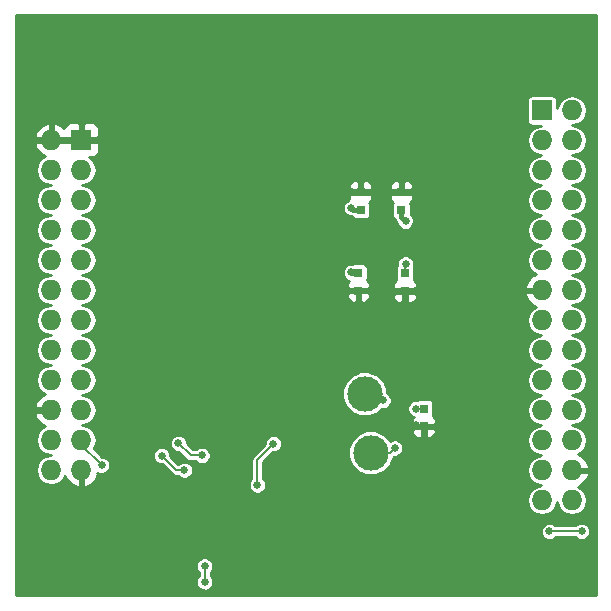
<source format=gbl>
G04 #@! TF.FileFunction,Copper,L2,Bot,Signal*
%FSLAX46Y46*%
G04 Gerber Fmt 4.6, Leading zero omitted, Abs format (unit mm)*
G04 Created by KiCad (PCBNEW (2015-01-16 BZR 5376)-product) date 23/07/2015 11:51:53*
%MOMM*%
G01*
G04 APERTURE LIST*
%ADD10C,0.100000*%
%ADD11R,0.750000X0.800000*%
%ADD12C,2.999740*%
%ADD13R,1.727200X1.727200*%
%ADD14O,1.727200X1.727200*%
%ADD15C,0.635000*%
%ADD16C,6.000000*%
%ADD17C,0.200000*%
%ADD18C,0.381000*%
%ADD19C,0.254000*%
%ADD20C,0.220000*%
G04 APERTURE END LIST*
D10*
D11*
X95000000Y-83750000D03*
X95000000Y-85250000D03*
X89650000Y-66900000D03*
X89650000Y-65400000D03*
X89450000Y-72250000D03*
X89450000Y-73750000D03*
X93100000Y-66900000D03*
X93100000Y-65400000D03*
X93400000Y-72300000D03*
X93400000Y-73800000D03*
D12*
X90000000Y-82500000D03*
X90500000Y-87500000D03*
D13*
X66000000Y-61000000D03*
D14*
X63460000Y-61000000D03*
X66000000Y-63540000D03*
X63460000Y-63540000D03*
X66000000Y-66080000D03*
X63460000Y-66080000D03*
X66000000Y-68620000D03*
X63460000Y-68620000D03*
X66000000Y-71160000D03*
X63460000Y-71160000D03*
X66000000Y-73700000D03*
X63460000Y-73700000D03*
X66000000Y-76240000D03*
X63460000Y-76240000D03*
X66000000Y-78780000D03*
X63460000Y-78780000D03*
X66000000Y-81320000D03*
X63460000Y-81320000D03*
X66000000Y-83860000D03*
X63460000Y-83860000D03*
X66000000Y-86400000D03*
X63460000Y-86400000D03*
X66000000Y-88940000D03*
X63460000Y-88940000D03*
D13*
X105000000Y-58500000D03*
D14*
X107540000Y-58500000D03*
X105000000Y-61040000D03*
X107540000Y-61040000D03*
X105000000Y-63580000D03*
X107540000Y-63580000D03*
X105000000Y-66120000D03*
X107540000Y-66120000D03*
X105000000Y-68660000D03*
X107540000Y-68660000D03*
X105000000Y-71200000D03*
X107540000Y-71200000D03*
X105000000Y-73740000D03*
X107540000Y-73740000D03*
X105000000Y-76280000D03*
X107540000Y-76280000D03*
X105000000Y-78820000D03*
X107540000Y-78820000D03*
X105000000Y-81360000D03*
X107540000Y-81360000D03*
X105000000Y-83900000D03*
X107540000Y-83900000D03*
X105000000Y-86440000D03*
X107540000Y-86440000D03*
X105000000Y-88980000D03*
X107540000Y-88980000D03*
X105000000Y-91520000D03*
X107540000Y-91520000D03*
D15*
X94325000Y-83750000D03*
X84750000Y-80750000D03*
X85500000Y-84750000D03*
X83650000Y-81650000D03*
X85550000Y-56500000D03*
X107900000Y-51850000D03*
X106000000Y-53200000D03*
X103150000Y-52336000D03*
X86250000Y-56700000D03*
X71000000Y-86750000D03*
X69750000Y-82500000D03*
X69750000Y-78250000D03*
X69750000Y-74500000D03*
X69750000Y-70000000D03*
X69750000Y-64500000D03*
X69250000Y-59750000D03*
X69500000Y-55000000D03*
D16*
X64000000Y-54000000D03*
D15*
X69250000Y-56750000D03*
X90500000Y-84750000D03*
X88675000Y-75300000D03*
X99280000Y-55510000D03*
X77800000Y-82000000D03*
X77800000Y-81975000D03*
X77550000Y-77750000D03*
X77800000Y-72975000D03*
X77800000Y-68475000D03*
X77800000Y-63975000D03*
X77750000Y-59475000D03*
X77550000Y-54975000D03*
X78050000Y-86550000D03*
X82200000Y-90050000D03*
X84850000Y-90050000D03*
X92000000Y-92800000D03*
X92000000Y-90500000D03*
X101000000Y-90700000D03*
X102300000Y-92250000D03*
X94350000Y-85100000D03*
X100575000Y-83375000D03*
X94225000Y-73800000D03*
X94325000Y-75300000D03*
X88675000Y-73800000D03*
X89225000Y-70800000D03*
X89200000Y-68300000D03*
X88725000Y-65300000D03*
X91725000Y-63775000D03*
X89025000Y-63800000D03*
X91775000Y-73925000D03*
X91725000Y-68275000D03*
X91725000Y-70900000D03*
X91775000Y-76000000D03*
X94275000Y-68300000D03*
X94375000Y-70800000D03*
X94250000Y-65300000D03*
X96525000Y-63625000D03*
X99827000Y-52984000D03*
X80750000Y-81500000D03*
X80000000Y-78000000D03*
X80750000Y-73500000D03*
X81250000Y-69750000D03*
X81000000Y-66000000D03*
X80750000Y-61000000D03*
X80500000Y-56000000D03*
X93227000Y-53259000D03*
X86000000Y-51000000D03*
X77300000Y-51350000D03*
X80360000Y-92870000D03*
X77830000Y-95280000D03*
X75015000Y-97725000D03*
X74110000Y-95350000D03*
D16*
X64000000Y-96000000D03*
D15*
X88875000Y-66750000D03*
X88850000Y-72200000D03*
X93450000Y-71500000D03*
X93450000Y-67900000D03*
X67730000Y-88530000D03*
X72810000Y-87740000D03*
X74720000Y-88960000D03*
X91550000Y-83050000D03*
X92525000Y-87075000D03*
X82270000Y-86720000D03*
X80900000Y-90230000D03*
X76230000Y-87710000D03*
X74220000Y-86680000D03*
X76440000Y-97060000D03*
X76450000Y-98420000D03*
X105630000Y-94150000D03*
X108360000Y-94140000D03*
D17*
X94325000Y-83750000D02*
X94300000Y-83725000D01*
X95000000Y-83750000D02*
X94325000Y-83750000D01*
X84750000Y-80750000D02*
X84750000Y-84000000D01*
X85500000Y-84750000D02*
X84750000Y-84000000D01*
X106000000Y-53200000D02*
X107350000Y-51850000D01*
X107900000Y-51850000D02*
X107350000Y-51850000D01*
X103150000Y-52336000D02*
X103150000Y-52350000D01*
X71000000Y-86750000D02*
X69750000Y-85500000D01*
X69750000Y-64500000D02*
X69250000Y-64000000D01*
X69250000Y-59750000D02*
X69250000Y-56750000D01*
X69250000Y-59750000D02*
X69250000Y-64000000D01*
X69750000Y-64500000D02*
X69750000Y-70000000D01*
X69750000Y-70000000D02*
X69750000Y-74500000D01*
X69750000Y-74500000D02*
X69750000Y-78250000D01*
X69750000Y-78250000D02*
X69750000Y-82500000D01*
X69750000Y-82500000D02*
X69750000Y-85500000D01*
X69500000Y-55000000D02*
X69250000Y-55250000D01*
X69250000Y-56750000D02*
X66500000Y-54000000D01*
X64000000Y-54000000D02*
X66500000Y-54000000D01*
X69250000Y-56750000D02*
X69250000Y-55250000D01*
X84750000Y-80750000D02*
X88675000Y-76825000D01*
X88675000Y-76825000D02*
X88675000Y-75300000D01*
D18*
X99280000Y-55510000D02*
X99280000Y-55520000D01*
D17*
X77800000Y-81975000D02*
X77800000Y-82000000D01*
X77800000Y-72975000D02*
X77800000Y-73000000D01*
X77800000Y-68475000D02*
X77800000Y-68450000D01*
X77800000Y-63975000D02*
X77800000Y-63950000D01*
X77750000Y-59475000D02*
X77750000Y-59450000D01*
X77550000Y-54975000D02*
X77550000Y-55000000D01*
X92000000Y-92800000D02*
X92000000Y-90500000D01*
X94350000Y-85100000D02*
X94500000Y-85250000D01*
X94500000Y-85250000D02*
X95000000Y-85250000D01*
X100575000Y-83375000D02*
X100550000Y-83350000D01*
X88725000Y-73750000D02*
X89450000Y-73750000D01*
X88675000Y-73800000D02*
X88725000Y-73750000D01*
D19*
X88825000Y-65400000D02*
X88725000Y-65300000D01*
X89650000Y-65400000D02*
X88825000Y-65400000D01*
X89025000Y-63800000D02*
X89050000Y-63775000D01*
X91725000Y-63775000D02*
X89050000Y-63775000D01*
X91725000Y-70900000D02*
X91725000Y-68275000D01*
X91775000Y-76000000D02*
X91775000Y-73925000D01*
X94150000Y-65400000D02*
X94250000Y-65300000D01*
X93100000Y-65400000D02*
X94150000Y-65400000D01*
D17*
X92200000Y-51000000D02*
X93227000Y-52027000D01*
X93227000Y-52027000D02*
X93227000Y-53259000D01*
X80500000Y-56000000D02*
X86000000Y-56000000D01*
X80750000Y-61000000D02*
X80750000Y-56250000D01*
X81000000Y-66000000D02*
X81000000Y-61250000D01*
X81250000Y-69750000D02*
X81250000Y-66250000D01*
X80750000Y-73500000D02*
X80750000Y-70250000D01*
X80000000Y-78000000D02*
X80000000Y-74250000D01*
X80750000Y-81500000D02*
X80750000Y-78750000D01*
X81500000Y-80750000D02*
X84750000Y-80750000D01*
X80750000Y-81500000D02*
X81500000Y-80750000D01*
X80000000Y-78000000D02*
X80750000Y-78750000D01*
X80750000Y-73500000D02*
X80000000Y-74250000D01*
X81250000Y-69750000D02*
X80750000Y-70250000D01*
X81000000Y-66000000D02*
X81250000Y-66250000D01*
X80750000Y-61000000D02*
X81000000Y-61250000D01*
X80500000Y-56000000D02*
X80750000Y-56250000D01*
X86000000Y-56000000D02*
X86000000Y-51000000D01*
X86000000Y-51000000D02*
X92200000Y-51000000D01*
X77650000Y-51000000D02*
X77300000Y-51350000D01*
X86000000Y-51000000D02*
X77650000Y-51000000D01*
X75015000Y-97725000D02*
X75020000Y-97730000D01*
X66000000Y-94000000D02*
X64000000Y-96000000D01*
X66000000Y-88940000D02*
X66000000Y-94000000D01*
D18*
X88875000Y-66750000D02*
X89025000Y-66900000D01*
X89025000Y-66900000D02*
X89650000Y-66900000D01*
X88850000Y-72200000D02*
X88900000Y-72250000D01*
X88900000Y-72250000D02*
X89450000Y-72250000D01*
D17*
X93450000Y-71500000D02*
X93400000Y-71550000D01*
X93400000Y-71550000D02*
X93400000Y-72300000D01*
D18*
X93100000Y-67550000D02*
X93100000Y-66900000D01*
X93450000Y-67900000D02*
X93100000Y-67550000D01*
D17*
X66000000Y-86800000D02*
X66000000Y-86400000D01*
X67730000Y-88530000D02*
X66000000Y-86800000D01*
X72810000Y-87740000D02*
X74030000Y-88960000D01*
X74030000Y-88960000D02*
X74720000Y-88960000D01*
X90000000Y-82500000D02*
X91000000Y-82500000D01*
X91000000Y-82500000D02*
X91550000Y-83050000D01*
X90500000Y-87500000D02*
X92100000Y-87500000D01*
X92100000Y-87500000D02*
X92525000Y-87075000D01*
X80900000Y-90230000D02*
X80900000Y-89990000D01*
X82270000Y-86720000D02*
X80900000Y-88090000D01*
X80900000Y-88090000D02*
X80900000Y-89990000D01*
X74220000Y-86680000D02*
X75250000Y-87710000D01*
X75250000Y-87710000D02*
X76230000Y-87710000D01*
X76450000Y-97070000D02*
X76450000Y-98420000D01*
X76440000Y-97060000D02*
X76450000Y-97070000D01*
X108080000Y-94140000D02*
X108360000Y-94140000D01*
X108070000Y-94150000D02*
X108080000Y-94140000D01*
X105630000Y-94150000D02*
X108070000Y-94150000D01*
D20*
G36*
X109540000Y-99540000D02*
X109087626Y-99540000D01*
X109087626Y-93995926D01*
X108977104Y-93728442D01*
X108973905Y-93725237D01*
X108973905Y-89352903D01*
X108859264Y-89124000D01*
X107684000Y-89124000D01*
X107684000Y-89144000D01*
X107396000Y-89144000D01*
X107396000Y-89124000D01*
X107376000Y-89124000D01*
X107376000Y-88836000D01*
X107396000Y-88836000D01*
X107396000Y-88816000D01*
X107684000Y-88816000D01*
X107684000Y-88836000D01*
X108859264Y-88836000D01*
X108973905Y-88607097D01*
X108817615Y-88229752D01*
X108433255Y-87797939D01*
X108055012Y-87614865D01*
X108465522Y-87340571D01*
X108741604Y-86927386D01*
X108838551Y-86440000D01*
X108741604Y-85952614D01*
X108465522Y-85539429D01*
X108052337Y-85263347D01*
X107583049Y-85170000D01*
X108052337Y-85076653D01*
X108465522Y-84800571D01*
X108741604Y-84387386D01*
X108838551Y-83900000D01*
X108741604Y-83412614D01*
X108465522Y-82999429D01*
X108052337Y-82723347D01*
X107583049Y-82630000D01*
X108052337Y-82536653D01*
X108465522Y-82260571D01*
X108741604Y-81847386D01*
X108838551Y-81360000D01*
X108741604Y-80872614D01*
X108465522Y-80459429D01*
X108052337Y-80183347D01*
X107583049Y-80090000D01*
X108052337Y-79996653D01*
X108465522Y-79720571D01*
X108741604Y-79307386D01*
X108838551Y-78820000D01*
X108741604Y-78332614D01*
X108465522Y-77919429D01*
X108052337Y-77643347D01*
X107583049Y-77550000D01*
X108052337Y-77456653D01*
X108465522Y-77180571D01*
X108741604Y-76767386D01*
X108838551Y-76280000D01*
X108741604Y-75792614D01*
X108465522Y-75379429D01*
X108052337Y-75103347D01*
X107583049Y-75010000D01*
X108052337Y-74916653D01*
X108465522Y-74640571D01*
X108741604Y-74227386D01*
X108838551Y-73740000D01*
X108741604Y-73252614D01*
X108465522Y-72839429D01*
X108052337Y-72563347D01*
X107583049Y-72470000D01*
X108052337Y-72376653D01*
X108465522Y-72100571D01*
X108741604Y-71687386D01*
X108838551Y-71200000D01*
X108741604Y-70712614D01*
X108465522Y-70299429D01*
X108052337Y-70023347D01*
X107583049Y-69930000D01*
X108052337Y-69836653D01*
X108465522Y-69560571D01*
X108741604Y-69147386D01*
X108838551Y-68660000D01*
X108741604Y-68172614D01*
X108465522Y-67759429D01*
X108052337Y-67483347D01*
X107583049Y-67390000D01*
X108052337Y-67296653D01*
X108465522Y-67020571D01*
X108741604Y-66607386D01*
X108838551Y-66120000D01*
X108741604Y-65632614D01*
X108465522Y-65219429D01*
X108052337Y-64943347D01*
X107583049Y-64850000D01*
X108052337Y-64756653D01*
X108465522Y-64480571D01*
X108741604Y-64067386D01*
X108838551Y-63580000D01*
X108741604Y-63092614D01*
X108465522Y-62679429D01*
X108052337Y-62403347D01*
X107583049Y-62310000D01*
X108052337Y-62216653D01*
X108465522Y-61940571D01*
X108741604Y-61527386D01*
X108838551Y-61040000D01*
X108741604Y-60552614D01*
X108465522Y-60139429D01*
X108052337Y-59863347D01*
X107583049Y-59770000D01*
X108052337Y-59676653D01*
X108465522Y-59400571D01*
X108741604Y-58987386D01*
X108838551Y-58500000D01*
X108741604Y-58012614D01*
X108465522Y-57599429D01*
X108052337Y-57323347D01*
X107564951Y-57226400D01*
X107515049Y-57226400D01*
X107027663Y-57323347D01*
X106614478Y-57599429D01*
X106338396Y-58012614D01*
X106281632Y-58297986D01*
X106281632Y-57636400D01*
X106251300Y-57480068D01*
X106161043Y-57342667D01*
X106024785Y-57250692D01*
X105863600Y-57218368D01*
X104136400Y-57218368D01*
X103980068Y-57248700D01*
X103842667Y-57338957D01*
X103750692Y-57475215D01*
X103718368Y-57636400D01*
X103718368Y-59363600D01*
X103748700Y-59519932D01*
X103838957Y-59657333D01*
X103975215Y-59749308D01*
X104136400Y-59781632D01*
X104898472Y-59781632D01*
X104487663Y-59863347D01*
X104074478Y-60139429D01*
X103798396Y-60552614D01*
X103701449Y-61040000D01*
X103798396Y-61527386D01*
X104074478Y-61940571D01*
X104487663Y-62216653D01*
X104956950Y-62310000D01*
X104487663Y-62403347D01*
X104074478Y-62679429D01*
X103798396Y-63092614D01*
X103701449Y-63580000D01*
X103798396Y-64067386D01*
X104074478Y-64480571D01*
X104487663Y-64756653D01*
X104956950Y-64850000D01*
X104487663Y-64943347D01*
X104074478Y-65219429D01*
X103798396Y-65632614D01*
X103701449Y-66120000D01*
X103798396Y-66607386D01*
X104074478Y-67020571D01*
X104487663Y-67296653D01*
X104956950Y-67390000D01*
X104487663Y-67483347D01*
X104074478Y-67759429D01*
X103798396Y-68172614D01*
X103701449Y-68660000D01*
X103798396Y-69147386D01*
X104074478Y-69560571D01*
X104487663Y-69836653D01*
X104956950Y-69930000D01*
X104487663Y-70023347D01*
X104074478Y-70299429D01*
X103798396Y-70712614D01*
X103701449Y-71200000D01*
X103798396Y-71687386D01*
X104074478Y-72100571D01*
X104484987Y-72374865D01*
X104106745Y-72557939D01*
X103722385Y-72989752D01*
X103566095Y-73367097D01*
X103680736Y-73596000D01*
X104856000Y-73596000D01*
X104856000Y-73576000D01*
X105144000Y-73576000D01*
X105144000Y-73596000D01*
X105164000Y-73596000D01*
X105164000Y-73884000D01*
X105144000Y-73884000D01*
X105144000Y-73904000D01*
X104856000Y-73904000D01*
X104856000Y-73884000D01*
X103680736Y-73884000D01*
X103566095Y-74112903D01*
X103722385Y-74490248D01*
X104106745Y-74922061D01*
X104484987Y-75105134D01*
X104074478Y-75379429D01*
X103798396Y-75792614D01*
X103701449Y-76280000D01*
X103798396Y-76767386D01*
X104074478Y-77180571D01*
X104487663Y-77456653D01*
X104956950Y-77550000D01*
X104487663Y-77643347D01*
X104074478Y-77919429D01*
X103798396Y-78332614D01*
X103701449Y-78820000D01*
X103798396Y-79307386D01*
X104074478Y-79720571D01*
X104487663Y-79996653D01*
X104956950Y-80090000D01*
X104487663Y-80183347D01*
X104074478Y-80459429D01*
X103798396Y-80872614D01*
X103701449Y-81360000D01*
X103798396Y-81847386D01*
X104074478Y-82260571D01*
X104487663Y-82536653D01*
X104956950Y-82630000D01*
X104487663Y-82723347D01*
X104074478Y-82999429D01*
X103798396Y-83412614D01*
X103701449Y-83900000D01*
X103798396Y-84387386D01*
X104074478Y-84800571D01*
X104487663Y-85076653D01*
X104956950Y-85170000D01*
X104487663Y-85263347D01*
X104074478Y-85539429D01*
X103798396Y-85952614D01*
X103701449Y-86440000D01*
X103798396Y-86927386D01*
X104074478Y-87340571D01*
X104487663Y-87616653D01*
X104956950Y-87710000D01*
X104487663Y-87803347D01*
X104074478Y-88079429D01*
X103798396Y-88492614D01*
X103701449Y-88980000D01*
X103798396Y-89467386D01*
X104074478Y-89880571D01*
X104487663Y-90156653D01*
X104956950Y-90250000D01*
X104487663Y-90343347D01*
X104074478Y-90619429D01*
X103798396Y-91032614D01*
X103701449Y-91520000D01*
X103798396Y-92007386D01*
X104074478Y-92420571D01*
X104487663Y-92696653D01*
X104975049Y-92793600D01*
X105024951Y-92793600D01*
X105512337Y-92696653D01*
X105925522Y-92420571D01*
X106201604Y-92007386D01*
X106270000Y-91663535D01*
X106338396Y-92007386D01*
X106614478Y-92420571D01*
X107027663Y-92696653D01*
X107515049Y-92793600D01*
X107564951Y-92793600D01*
X108052337Y-92696653D01*
X108465522Y-92420571D01*
X108741604Y-92007386D01*
X108838551Y-91520000D01*
X108741604Y-91032614D01*
X108465522Y-90619429D01*
X108055012Y-90345134D01*
X108433255Y-90162061D01*
X108817615Y-89730248D01*
X108973905Y-89352903D01*
X108973905Y-93725237D01*
X108772634Y-93523615D01*
X108505344Y-93412626D01*
X108215926Y-93412374D01*
X107948442Y-93522896D01*
X107831133Y-93640000D01*
X106148833Y-93640000D01*
X106042634Y-93533615D01*
X105775344Y-93422626D01*
X105485926Y-93422374D01*
X105218442Y-93532896D01*
X105013615Y-93737366D01*
X104902626Y-94004656D01*
X104902374Y-94294074D01*
X105012896Y-94561558D01*
X105217366Y-94766385D01*
X105484656Y-94877374D01*
X105774074Y-94877626D01*
X106041558Y-94767104D01*
X106148849Y-94660000D01*
X107851148Y-94660000D01*
X107947366Y-94756385D01*
X108214656Y-94867374D01*
X108504074Y-94867626D01*
X108771558Y-94757104D01*
X108976385Y-94552634D01*
X109087374Y-94285344D01*
X109087626Y-93995926D01*
X109087626Y-99540000D01*
X95993000Y-99540000D01*
X95993000Y-85772928D01*
X95993000Y-85548500D01*
X95993000Y-84951500D01*
X95993000Y-84727072D01*
X95898915Y-84499931D01*
X95740341Y-84341357D01*
X95760708Y-84311185D01*
X95793032Y-84150000D01*
X95793032Y-83350000D01*
X95762700Y-83193668D01*
X95672443Y-83056267D01*
X95536185Y-82964292D01*
X95375000Y-82931968D01*
X94625000Y-82931968D01*
X94468668Y-82962300D01*
X94393000Y-83012004D01*
X94393000Y-74322928D01*
X94393000Y-74098500D01*
X94393000Y-73501500D01*
X94393000Y-73277072D01*
X94298915Y-73049931D01*
X94140341Y-72891357D01*
X94160708Y-72861185D01*
X94193032Y-72700000D01*
X94193032Y-71900000D01*
X94162700Y-71743668D01*
X94146675Y-71719273D01*
X94177374Y-71645344D01*
X94177626Y-71355926D01*
X94177626Y-67755926D01*
X94067104Y-67488442D01*
X93890683Y-67311713D01*
X93893032Y-67300000D01*
X93893032Y-66500000D01*
X93862700Y-66343668D01*
X93839949Y-66309034D01*
X93998915Y-66150069D01*
X94093000Y-65922928D01*
X94093000Y-65698500D01*
X94093000Y-65101500D01*
X94093000Y-64877072D01*
X93998915Y-64649931D01*
X93825069Y-64476085D01*
X93597928Y-64382000D01*
X93398500Y-64382000D01*
X93244000Y-64536500D01*
X93244000Y-65256000D01*
X93938500Y-65256000D01*
X94093000Y-65101500D01*
X94093000Y-65698500D01*
X93938500Y-65544000D01*
X93244000Y-65544000D01*
X93244000Y-65564000D01*
X92956000Y-65564000D01*
X92956000Y-65544000D01*
X92956000Y-65256000D01*
X92956000Y-64536500D01*
X92801500Y-64382000D01*
X92602072Y-64382000D01*
X92374931Y-64476085D01*
X92201085Y-64649931D01*
X92107000Y-64877072D01*
X92107000Y-65101500D01*
X92261500Y-65256000D01*
X92956000Y-65256000D01*
X92956000Y-65544000D01*
X92261500Y-65544000D01*
X92107000Y-65698500D01*
X92107000Y-65922928D01*
X92201085Y-66150069D01*
X92359658Y-66308642D01*
X92339292Y-66338815D01*
X92306968Y-66500000D01*
X92306968Y-67300000D01*
X92337300Y-67456332D01*
X92427557Y-67593733D01*
X92520704Y-67656608D01*
X92520705Y-67656608D01*
X92545210Y-67779802D01*
X92675382Y-67974618D01*
X92722393Y-68021629D01*
X92722374Y-68044074D01*
X92832896Y-68311558D01*
X93037366Y-68516385D01*
X93304656Y-68627374D01*
X93594074Y-68627626D01*
X93861558Y-68517104D01*
X94066385Y-68312634D01*
X94177374Y-68045344D01*
X94177626Y-67755926D01*
X94177626Y-71355926D01*
X94067104Y-71088442D01*
X93862634Y-70883615D01*
X93595344Y-70772626D01*
X93305926Y-70772374D01*
X93038442Y-70882896D01*
X92833615Y-71087366D01*
X92722626Y-71354656D01*
X92722398Y-71615695D01*
X92639292Y-71738815D01*
X92606968Y-71900000D01*
X92606968Y-72700000D01*
X92637300Y-72856332D01*
X92660050Y-72890965D01*
X92501085Y-73049931D01*
X92407000Y-73277072D01*
X92407000Y-73501500D01*
X92561500Y-73656000D01*
X93256000Y-73656000D01*
X93256000Y-73636000D01*
X93544000Y-73636000D01*
X93544000Y-73656000D01*
X94238500Y-73656000D01*
X94393000Y-73501500D01*
X94393000Y-74098500D01*
X94238500Y-73944000D01*
X93544000Y-73944000D01*
X93544000Y-74663500D01*
X93698500Y-74818000D01*
X93897928Y-74818000D01*
X94125069Y-74723915D01*
X94298915Y-74550069D01*
X94393000Y-74322928D01*
X94393000Y-83012004D01*
X94376955Y-83022544D01*
X94180926Y-83022374D01*
X93913442Y-83132896D01*
X93708615Y-83337366D01*
X93597626Y-83604656D01*
X93597374Y-83894074D01*
X93707896Y-84161558D01*
X93912366Y-84366385D01*
X94140076Y-84460939D01*
X94101085Y-84499931D01*
X94007000Y-84727072D01*
X94007000Y-84951500D01*
X94161500Y-85106000D01*
X94856000Y-85106000D01*
X94856000Y-85086000D01*
X95144000Y-85086000D01*
X95144000Y-85106000D01*
X95838500Y-85106000D01*
X95993000Y-84951500D01*
X95993000Y-85548500D01*
X95838500Y-85394000D01*
X95144000Y-85394000D01*
X95144000Y-86113500D01*
X95298500Y-86268000D01*
X95497928Y-86268000D01*
X95725069Y-86173915D01*
X95898915Y-86000069D01*
X95993000Y-85772928D01*
X95993000Y-99540000D01*
X94856000Y-99540000D01*
X94856000Y-86113500D01*
X94856000Y-85394000D01*
X94161500Y-85394000D01*
X94007000Y-85548500D01*
X94007000Y-85772928D01*
X94101085Y-86000069D01*
X94274931Y-86173915D01*
X94502072Y-86268000D01*
X94701500Y-86268000D01*
X94856000Y-86113500D01*
X94856000Y-99540000D01*
X93256000Y-99540000D01*
X93256000Y-74663500D01*
X93256000Y-73944000D01*
X92561500Y-73944000D01*
X92407000Y-74098500D01*
X92407000Y-74322928D01*
X92501085Y-74550069D01*
X92674931Y-74723915D01*
X92902072Y-74818000D01*
X93101500Y-74818000D01*
X93256000Y-74663500D01*
X93256000Y-99540000D01*
X93252626Y-99540000D01*
X93252626Y-86930926D01*
X93142104Y-86663442D01*
X92937634Y-86458615D01*
X92670344Y-86347626D01*
X92380926Y-86347374D01*
X92277626Y-86390056D01*
X92277626Y-82905926D01*
X92167104Y-82638442D01*
X91962634Y-82433615D01*
X91909947Y-82411737D01*
X91910201Y-82121770D01*
X91620053Y-81419559D01*
X91083267Y-80881835D01*
X90643000Y-80699020D01*
X90643000Y-65922928D01*
X90643000Y-65698500D01*
X90643000Y-65101500D01*
X90643000Y-64877072D01*
X90548915Y-64649931D01*
X90375069Y-64476085D01*
X90147928Y-64382000D01*
X89948500Y-64382000D01*
X89794000Y-64536500D01*
X89794000Y-65256000D01*
X90488500Y-65256000D01*
X90643000Y-65101500D01*
X90643000Y-65698500D01*
X90488500Y-65544000D01*
X89794000Y-65544000D01*
X89794000Y-65564000D01*
X89506000Y-65564000D01*
X89506000Y-65544000D01*
X89506000Y-65256000D01*
X89506000Y-64536500D01*
X89351500Y-64382000D01*
X89152072Y-64382000D01*
X88924931Y-64476085D01*
X88751085Y-64649931D01*
X88657000Y-64877072D01*
X88657000Y-65101500D01*
X88811500Y-65256000D01*
X89506000Y-65256000D01*
X89506000Y-65544000D01*
X88811500Y-65544000D01*
X88657000Y-65698500D01*
X88657000Y-65922928D01*
X88702975Y-66033922D01*
X88463442Y-66132896D01*
X88258615Y-66337366D01*
X88147626Y-66604656D01*
X88147374Y-66894074D01*
X88257896Y-67161558D01*
X88462366Y-67366385D01*
X88729656Y-67477374D01*
X88901220Y-67477523D01*
X88977557Y-67593733D01*
X89113815Y-67685708D01*
X89275000Y-67718032D01*
X90025000Y-67718032D01*
X90181332Y-67687700D01*
X90318733Y-67597443D01*
X90410708Y-67461185D01*
X90443032Y-67300000D01*
X90443032Y-66500000D01*
X90412700Y-66343668D01*
X90389949Y-66309034D01*
X90548915Y-66150069D01*
X90643000Y-65922928D01*
X90643000Y-80699020D01*
X90443000Y-80615972D01*
X90443000Y-74272928D01*
X90443000Y-74048500D01*
X90443000Y-73451500D01*
X90443000Y-73227072D01*
X90348915Y-72999931D01*
X90190341Y-72841357D01*
X90210708Y-72811185D01*
X90243032Y-72650000D01*
X90243032Y-71850000D01*
X90212700Y-71693668D01*
X90122443Y-71556267D01*
X89986185Y-71464292D01*
X89825000Y-71431968D01*
X89075000Y-71431968D01*
X88918668Y-71462300D01*
X88903070Y-71472545D01*
X88705926Y-71472374D01*
X88438442Y-71582896D01*
X88233615Y-71787366D01*
X88122626Y-72054656D01*
X88122374Y-72344074D01*
X88232896Y-72611558D01*
X88437366Y-72816385D01*
X88647411Y-72903604D01*
X88551085Y-72999931D01*
X88457000Y-73227072D01*
X88457000Y-73451500D01*
X88611500Y-73606000D01*
X89306000Y-73606000D01*
X89306000Y-73586000D01*
X89594000Y-73586000D01*
X89594000Y-73606000D01*
X90288500Y-73606000D01*
X90443000Y-73451500D01*
X90443000Y-74048500D01*
X90288500Y-73894000D01*
X89594000Y-73894000D01*
X89594000Y-74613500D01*
X89748500Y-74768000D01*
X89947928Y-74768000D01*
X90175069Y-74673915D01*
X90348915Y-74500069D01*
X90443000Y-74272928D01*
X90443000Y-80615972D01*
X90381563Y-80590462D01*
X89621770Y-80589799D01*
X89306000Y-80720272D01*
X89306000Y-74613500D01*
X89306000Y-73894000D01*
X88611500Y-73894000D01*
X88457000Y-74048500D01*
X88457000Y-74272928D01*
X88551085Y-74500069D01*
X88724931Y-74673915D01*
X88952072Y-74768000D01*
X89151500Y-74768000D01*
X89306000Y-74613500D01*
X89306000Y-80720272D01*
X88919559Y-80879947D01*
X88381835Y-81416733D01*
X88090462Y-82118437D01*
X88089799Y-82878230D01*
X88379947Y-83580441D01*
X88916733Y-84118165D01*
X89618437Y-84409538D01*
X90378230Y-84410201D01*
X91080441Y-84120053D01*
X91423702Y-83777390D01*
X91694074Y-83777626D01*
X91961558Y-83667104D01*
X92166385Y-83462634D01*
X92277374Y-83195344D01*
X92277626Y-82905926D01*
X92277626Y-86390056D01*
X92132619Y-86449972D01*
X92120053Y-86419559D01*
X91583267Y-85881835D01*
X90881563Y-85590462D01*
X90121770Y-85589799D01*
X89419559Y-85879947D01*
X88881835Y-86416733D01*
X88590462Y-87118437D01*
X88589799Y-87878230D01*
X88879947Y-88580441D01*
X89416733Y-89118165D01*
X90118437Y-89409538D01*
X90878230Y-89410201D01*
X91580441Y-89120053D01*
X92118165Y-88583267D01*
X92401954Y-87899826D01*
X92460624Y-87860624D01*
X92518753Y-87802495D01*
X92669074Y-87802626D01*
X92936558Y-87692104D01*
X93141385Y-87487634D01*
X93252374Y-87220344D01*
X93252626Y-86930926D01*
X93252626Y-99540000D01*
X82997626Y-99540000D01*
X82997626Y-86575926D01*
X82887104Y-86308442D01*
X82682634Y-86103615D01*
X82415344Y-85992626D01*
X82125926Y-85992374D01*
X81858442Y-86102896D01*
X81653615Y-86307366D01*
X81542626Y-86574656D01*
X81542493Y-86726257D01*
X80539376Y-87729376D01*
X80428821Y-87894831D01*
X80390000Y-88090000D01*
X80390000Y-89711166D01*
X80283615Y-89817366D01*
X80172626Y-90084656D01*
X80172374Y-90374074D01*
X80282896Y-90641558D01*
X80487366Y-90846385D01*
X80754656Y-90957374D01*
X81044074Y-90957626D01*
X81311558Y-90847104D01*
X81516385Y-90642634D01*
X81627374Y-90375344D01*
X81627626Y-90085926D01*
X81517104Y-89818442D01*
X81410000Y-89711150D01*
X81410000Y-88301248D01*
X82263753Y-87447495D01*
X82414074Y-87447626D01*
X82681558Y-87337104D01*
X82886385Y-87132634D01*
X82997374Y-86865344D01*
X82997626Y-86575926D01*
X82997626Y-99540000D01*
X77177626Y-99540000D01*
X77177626Y-98275926D01*
X77067104Y-98008442D01*
X76960000Y-97901150D01*
X76960000Y-97568851D01*
X77056385Y-97472634D01*
X77167374Y-97205344D01*
X77167626Y-96915926D01*
X77057104Y-96648442D01*
X76957626Y-96548790D01*
X76957626Y-87565926D01*
X76847104Y-87298442D01*
X76642634Y-87093615D01*
X76375344Y-86982626D01*
X76085926Y-86982374D01*
X75818442Y-87092896D01*
X75711150Y-87200000D01*
X75461248Y-87200000D01*
X74947495Y-86686247D01*
X74947626Y-86535926D01*
X74837104Y-86268442D01*
X74632634Y-86063615D01*
X74365344Y-85952626D01*
X74075926Y-85952374D01*
X73808442Y-86062896D01*
X73603615Y-86267366D01*
X73492626Y-86534656D01*
X73492374Y-86824074D01*
X73602896Y-87091558D01*
X73807366Y-87296385D01*
X74074656Y-87407374D01*
X74226258Y-87407506D01*
X74889376Y-88070624D01*
X75054831Y-88181179D01*
X75250000Y-88220000D01*
X75711166Y-88220000D01*
X75817366Y-88326385D01*
X76084656Y-88437374D01*
X76374074Y-88437626D01*
X76641558Y-88327104D01*
X76846385Y-88122634D01*
X76957374Y-87855344D01*
X76957626Y-87565926D01*
X76957626Y-96548790D01*
X76852634Y-96443615D01*
X76585344Y-96332626D01*
X76295926Y-96332374D01*
X76028442Y-96442896D01*
X75823615Y-96647366D01*
X75712626Y-96914656D01*
X75712374Y-97204074D01*
X75822896Y-97471558D01*
X75940000Y-97588866D01*
X75940000Y-97901166D01*
X75833615Y-98007366D01*
X75722626Y-98274656D01*
X75722374Y-98564074D01*
X75832896Y-98831558D01*
X76037366Y-99036385D01*
X76304656Y-99147374D01*
X76594074Y-99147626D01*
X76861558Y-99037104D01*
X77066385Y-98832634D01*
X77177374Y-98565344D01*
X77177626Y-98275926D01*
X77177626Y-99540000D01*
X75447626Y-99540000D01*
X75447626Y-88815926D01*
X75337104Y-88548442D01*
X75132634Y-88343615D01*
X74865344Y-88232626D01*
X74575926Y-88232374D01*
X74308442Y-88342896D01*
X74221217Y-88429968D01*
X73537495Y-87746246D01*
X73537626Y-87595926D01*
X73427104Y-87328442D01*
X73222634Y-87123615D01*
X72955344Y-87012626D01*
X72665926Y-87012374D01*
X72398442Y-87122896D01*
X72193615Y-87327366D01*
X72082626Y-87594656D01*
X72082374Y-87884074D01*
X72192896Y-88151558D01*
X72397366Y-88356385D01*
X72664656Y-88467374D01*
X72816257Y-88467506D01*
X73669376Y-89320625D01*
X73834831Y-89431179D01*
X73834832Y-89431180D01*
X74030000Y-89470000D01*
X74201166Y-89470000D01*
X74307366Y-89576385D01*
X74574656Y-89687374D01*
X74864074Y-89687626D01*
X75131558Y-89577104D01*
X75336385Y-89372634D01*
X75447374Y-89105344D01*
X75447626Y-88815926D01*
X75447626Y-99540000D01*
X68457626Y-99540000D01*
X68457626Y-88385926D01*
X68347104Y-88118442D01*
X68142634Y-87913615D01*
X67875344Y-87802626D01*
X67723742Y-87802493D01*
X67044202Y-87122953D01*
X67201604Y-86887386D01*
X67298551Y-86400000D01*
X67201604Y-85912614D01*
X66925522Y-85499429D01*
X66512337Y-85223347D01*
X66043049Y-85130000D01*
X66512337Y-85036653D01*
X66925522Y-84760571D01*
X67201604Y-84347386D01*
X67298551Y-83860000D01*
X67201604Y-83372614D01*
X66925522Y-82959429D01*
X66512337Y-82683347D01*
X66043049Y-82590000D01*
X66512337Y-82496653D01*
X66925522Y-82220571D01*
X67201604Y-81807386D01*
X67298551Y-81320000D01*
X67201604Y-80832614D01*
X66925522Y-80419429D01*
X66512337Y-80143347D01*
X66043049Y-80050000D01*
X66512337Y-79956653D01*
X66925522Y-79680571D01*
X67201604Y-79267386D01*
X67298551Y-78780000D01*
X67201604Y-78292614D01*
X66925522Y-77879429D01*
X66512337Y-77603347D01*
X66043049Y-77510000D01*
X66512337Y-77416653D01*
X66925522Y-77140571D01*
X67201604Y-76727386D01*
X67298551Y-76240000D01*
X67201604Y-75752614D01*
X66925522Y-75339429D01*
X66512337Y-75063347D01*
X66043049Y-74970000D01*
X66512337Y-74876653D01*
X66925522Y-74600571D01*
X67201604Y-74187386D01*
X67298551Y-73700000D01*
X67201604Y-73212614D01*
X66925522Y-72799429D01*
X66512337Y-72523347D01*
X66043049Y-72430000D01*
X66512337Y-72336653D01*
X66925522Y-72060571D01*
X67201604Y-71647386D01*
X67298551Y-71160000D01*
X67201604Y-70672614D01*
X66925522Y-70259429D01*
X66512337Y-69983347D01*
X66043049Y-69890000D01*
X66512337Y-69796653D01*
X66925522Y-69520571D01*
X67201604Y-69107386D01*
X67298551Y-68620000D01*
X67201604Y-68132614D01*
X66925522Y-67719429D01*
X66512337Y-67443347D01*
X66043049Y-67350000D01*
X66512337Y-67256653D01*
X66925522Y-66980571D01*
X67201604Y-66567386D01*
X67298551Y-66080000D01*
X67201604Y-65592614D01*
X66925522Y-65179429D01*
X66512337Y-64903347D01*
X66043049Y-64810000D01*
X66512337Y-64716653D01*
X66925522Y-64440571D01*
X67201604Y-64027386D01*
X67298551Y-63540000D01*
X67201604Y-63052614D01*
X66925522Y-62639429D01*
X66689314Y-62481600D01*
X66986528Y-62481600D01*
X67213669Y-62387515D01*
X67387515Y-62213669D01*
X67481600Y-61986528D01*
X67481600Y-61740672D01*
X67481600Y-61298500D01*
X67481600Y-60701500D01*
X67481600Y-60259328D01*
X67481600Y-60013472D01*
X67387515Y-59786331D01*
X67213669Y-59612485D01*
X66986528Y-59518400D01*
X66298500Y-59518400D01*
X66144000Y-59672900D01*
X66144000Y-60856000D01*
X67327100Y-60856000D01*
X67481600Y-60701500D01*
X67481600Y-61298500D01*
X67327100Y-61144000D01*
X66144000Y-61144000D01*
X66144000Y-61164000D01*
X65856000Y-61164000D01*
X65856000Y-61144000D01*
X65856000Y-60856000D01*
X65856000Y-59672900D01*
X65701500Y-59518400D01*
X65013472Y-59518400D01*
X64786331Y-59612485D01*
X64612485Y-59786331D01*
X64521226Y-60006648D01*
X64353255Y-59817939D01*
X63832905Y-59566084D01*
X63604000Y-59679903D01*
X63604000Y-60856000D01*
X64672900Y-60856000D01*
X64779264Y-60856000D01*
X65856000Y-60856000D01*
X65856000Y-61144000D01*
X64779264Y-61144000D01*
X64672900Y-61144000D01*
X63604000Y-61144000D01*
X63604000Y-61164000D01*
X63316000Y-61164000D01*
X63316000Y-61144000D01*
X63316000Y-60856000D01*
X63316000Y-59679903D01*
X63087095Y-59566084D01*
X62566745Y-59817939D01*
X62182385Y-60249752D01*
X62026095Y-60627097D01*
X62140736Y-60856000D01*
X63316000Y-60856000D01*
X63316000Y-61144000D01*
X62140736Y-61144000D01*
X62026095Y-61372903D01*
X62182385Y-61750248D01*
X62566745Y-62182061D01*
X62944987Y-62365134D01*
X62534478Y-62639429D01*
X62258396Y-63052614D01*
X62161449Y-63540000D01*
X62258396Y-64027386D01*
X62534478Y-64440571D01*
X62947663Y-64716653D01*
X63416950Y-64810000D01*
X62947663Y-64903347D01*
X62534478Y-65179429D01*
X62258396Y-65592614D01*
X62161449Y-66080000D01*
X62258396Y-66567386D01*
X62534478Y-66980571D01*
X62947663Y-67256653D01*
X63416950Y-67350000D01*
X62947663Y-67443347D01*
X62534478Y-67719429D01*
X62258396Y-68132614D01*
X62161449Y-68620000D01*
X62258396Y-69107386D01*
X62534478Y-69520571D01*
X62947663Y-69796653D01*
X63416950Y-69890000D01*
X62947663Y-69983347D01*
X62534478Y-70259429D01*
X62258396Y-70672614D01*
X62161449Y-71160000D01*
X62258396Y-71647386D01*
X62534478Y-72060571D01*
X62947663Y-72336653D01*
X63416950Y-72430000D01*
X62947663Y-72523347D01*
X62534478Y-72799429D01*
X62258396Y-73212614D01*
X62161449Y-73700000D01*
X62258396Y-74187386D01*
X62534478Y-74600571D01*
X62947663Y-74876653D01*
X63416950Y-74970000D01*
X62947663Y-75063347D01*
X62534478Y-75339429D01*
X62258396Y-75752614D01*
X62161449Y-76240000D01*
X62258396Y-76727386D01*
X62534478Y-77140571D01*
X62947663Y-77416653D01*
X63416950Y-77510000D01*
X62947663Y-77603347D01*
X62534478Y-77879429D01*
X62258396Y-78292614D01*
X62161449Y-78780000D01*
X62258396Y-79267386D01*
X62534478Y-79680571D01*
X62947663Y-79956653D01*
X63416950Y-80050000D01*
X62947663Y-80143347D01*
X62534478Y-80419429D01*
X62258396Y-80832614D01*
X62161449Y-81320000D01*
X62258396Y-81807386D01*
X62534478Y-82220571D01*
X62944987Y-82494865D01*
X62566745Y-82677939D01*
X62182385Y-83109752D01*
X62026095Y-83487097D01*
X62140736Y-83716000D01*
X63316000Y-83716000D01*
X63316000Y-83696000D01*
X63604000Y-83696000D01*
X63604000Y-83716000D01*
X63624000Y-83716000D01*
X63624000Y-84004000D01*
X63604000Y-84004000D01*
X63604000Y-84024000D01*
X63316000Y-84024000D01*
X63316000Y-84004000D01*
X62140736Y-84004000D01*
X62026095Y-84232903D01*
X62182385Y-84610248D01*
X62566745Y-85042061D01*
X62944987Y-85225134D01*
X62534478Y-85499429D01*
X62258396Y-85912614D01*
X62161449Y-86400000D01*
X62258396Y-86887386D01*
X62534478Y-87300571D01*
X62947663Y-87576653D01*
X63416950Y-87670000D01*
X62947663Y-87763347D01*
X62534478Y-88039429D01*
X62258396Y-88452614D01*
X62161449Y-88940000D01*
X62258396Y-89427386D01*
X62534478Y-89840571D01*
X62947663Y-90116653D01*
X63435049Y-90213600D01*
X63484951Y-90213600D01*
X63972337Y-90116653D01*
X64385522Y-89840571D01*
X64631915Y-89471818D01*
X64722385Y-89690248D01*
X65106745Y-90122061D01*
X65627095Y-90373916D01*
X65856000Y-90260097D01*
X65856000Y-89084000D01*
X65836000Y-89084000D01*
X65836000Y-88796000D01*
X65856000Y-88796000D01*
X65856000Y-88776000D01*
X66144000Y-88776000D01*
X66144000Y-88796000D01*
X66164000Y-88796000D01*
X66164000Y-89084000D01*
X66144000Y-89084000D01*
X66144000Y-90260097D01*
X66372905Y-90373916D01*
X66893255Y-90122061D01*
X67277615Y-89690248D01*
X67433905Y-89312903D01*
X67359210Y-89163760D01*
X67584656Y-89257374D01*
X67874074Y-89257626D01*
X68141558Y-89147104D01*
X68346385Y-88942634D01*
X68457374Y-88675344D01*
X68457626Y-88385926D01*
X68457626Y-99540000D01*
X60460000Y-99540000D01*
X60460000Y-50460000D01*
X70000000Y-50460000D01*
X109540000Y-50460000D01*
X109540000Y-99540000D01*
X109540000Y-99540000D01*
G37*
X109540000Y-99540000D02*
X109087626Y-99540000D01*
X109087626Y-93995926D01*
X108977104Y-93728442D01*
X108973905Y-93725237D01*
X108973905Y-89352903D01*
X108859264Y-89124000D01*
X107684000Y-89124000D01*
X107684000Y-89144000D01*
X107396000Y-89144000D01*
X107396000Y-89124000D01*
X107376000Y-89124000D01*
X107376000Y-88836000D01*
X107396000Y-88836000D01*
X107396000Y-88816000D01*
X107684000Y-88816000D01*
X107684000Y-88836000D01*
X108859264Y-88836000D01*
X108973905Y-88607097D01*
X108817615Y-88229752D01*
X108433255Y-87797939D01*
X108055012Y-87614865D01*
X108465522Y-87340571D01*
X108741604Y-86927386D01*
X108838551Y-86440000D01*
X108741604Y-85952614D01*
X108465522Y-85539429D01*
X108052337Y-85263347D01*
X107583049Y-85170000D01*
X108052337Y-85076653D01*
X108465522Y-84800571D01*
X108741604Y-84387386D01*
X108838551Y-83900000D01*
X108741604Y-83412614D01*
X108465522Y-82999429D01*
X108052337Y-82723347D01*
X107583049Y-82630000D01*
X108052337Y-82536653D01*
X108465522Y-82260571D01*
X108741604Y-81847386D01*
X108838551Y-81360000D01*
X108741604Y-80872614D01*
X108465522Y-80459429D01*
X108052337Y-80183347D01*
X107583049Y-80090000D01*
X108052337Y-79996653D01*
X108465522Y-79720571D01*
X108741604Y-79307386D01*
X108838551Y-78820000D01*
X108741604Y-78332614D01*
X108465522Y-77919429D01*
X108052337Y-77643347D01*
X107583049Y-77550000D01*
X108052337Y-77456653D01*
X108465522Y-77180571D01*
X108741604Y-76767386D01*
X108838551Y-76280000D01*
X108741604Y-75792614D01*
X108465522Y-75379429D01*
X108052337Y-75103347D01*
X107583049Y-75010000D01*
X108052337Y-74916653D01*
X108465522Y-74640571D01*
X108741604Y-74227386D01*
X108838551Y-73740000D01*
X108741604Y-73252614D01*
X108465522Y-72839429D01*
X108052337Y-72563347D01*
X107583049Y-72470000D01*
X108052337Y-72376653D01*
X108465522Y-72100571D01*
X108741604Y-71687386D01*
X108838551Y-71200000D01*
X108741604Y-70712614D01*
X108465522Y-70299429D01*
X108052337Y-70023347D01*
X107583049Y-69930000D01*
X108052337Y-69836653D01*
X108465522Y-69560571D01*
X108741604Y-69147386D01*
X108838551Y-68660000D01*
X108741604Y-68172614D01*
X108465522Y-67759429D01*
X108052337Y-67483347D01*
X107583049Y-67390000D01*
X108052337Y-67296653D01*
X108465522Y-67020571D01*
X108741604Y-66607386D01*
X108838551Y-66120000D01*
X108741604Y-65632614D01*
X108465522Y-65219429D01*
X108052337Y-64943347D01*
X107583049Y-64850000D01*
X108052337Y-64756653D01*
X108465522Y-64480571D01*
X108741604Y-64067386D01*
X108838551Y-63580000D01*
X108741604Y-63092614D01*
X108465522Y-62679429D01*
X108052337Y-62403347D01*
X107583049Y-62310000D01*
X108052337Y-62216653D01*
X108465522Y-61940571D01*
X108741604Y-61527386D01*
X108838551Y-61040000D01*
X108741604Y-60552614D01*
X108465522Y-60139429D01*
X108052337Y-59863347D01*
X107583049Y-59770000D01*
X108052337Y-59676653D01*
X108465522Y-59400571D01*
X108741604Y-58987386D01*
X108838551Y-58500000D01*
X108741604Y-58012614D01*
X108465522Y-57599429D01*
X108052337Y-57323347D01*
X107564951Y-57226400D01*
X107515049Y-57226400D01*
X107027663Y-57323347D01*
X106614478Y-57599429D01*
X106338396Y-58012614D01*
X106281632Y-58297986D01*
X106281632Y-57636400D01*
X106251300Y-57480068D01*
X106161043Y-57342667D01*
X106024785Y-57250692D01*
X105863600Y-57218368D01*
X104136400Y-57218368D01*
X103980068Y-57248700D01*
X103842667Y-57338957D01*
X103750692Y-57475215D01*
X103718368Y-57636400D01*
X103718368Y-59363600D01*
X103748700Y-59519932D01*
X103838957Y-59657333D01*
X103975215Y-59749308D01*
X104136400Y-59781632D01*
X104898472Y-59781632D01*
X104487663Y-59863347D01*
X104074478Y-60139429D01*
X103798396Y-60552614D01*
X103701449Y-61040000D01*
X103798396Y-61527386D01*
X104074478Y-61940571D01*
X104487663Y-62216653D01*
X104956950Y-62310000D01*
X104487663Y-62403347D01*
X104074478Y-62679429D01*
X103798396Y-63092614D01*
X103701449Y-63580000D01*
X103798396Y-64067386D01*
X104074478Y-64480571D01*
X104487663Y-64756653D01*
X104956950Y-64850000D01*
X104487663Y-64943347D01*
X104074478Y-65219429D01*
X103798396Y-65632614D01*
X103701449Y-66120000D01*
X103798396Y-66607386D01*
X104074478Y-67020571D01*
X104487663Y-67296653D01*
X104956950Y-67390000D01*
X104487663Y-67483347D01*
X104074478Y-67759429D01*
X103798396Y-68172614D01*
X103701449Y-68660000D01*
X103798396Y-69147386D01*
X104074478Y-69560571D01*
X104487663Y-69836653D01*
X104956950Y-69930000D01*
X104487663Y-70023347D01*
X104074478Y-70299429D01*
X103798396Y-70712614D01*
X103701449Y-71200000D01*
X103798396Y-71687386D01*
X104074478Y-72100571D01*
X104484987Y-72374865D01*
X104106745Y-72557939D01*
X103722385Y-72989752D01*
X103566095Y-73367097D01*
X103680736Y-73596000D01*
X104856000Y-73596000D01*
X104856000Y-73576000D01*
X105144000Y-73576000D01*
X105144000Y-73596000D01*
X105164000Y-73596000D01*
X105164000Y-73884000D01*
X105144000Y-73884000D01*
X105144000Y-73904000D01*
X104856000Y-73904000D01*
X104856000Y-73884000D01*
X103680736Y-73884000D01*
X103566095Y-74112903D01*
X103722385Y-74490248D01*
X104106745Y-74922061D01*
X104484987Y-75105134D01*
X104074478Y-75379429D01*
X103798396Y-75792614D01*
X103701449Y-76280000D01*
X103798396Y-76767386D01*
X104074478Y-77180571D01*
X104487663Y-77456653D01*
X104956950Y-77550000D01*
X104487663Y-77643347D01*
X104074478Y-77919429D01*
X103798396Y-78332614D01*
X103701449Y-78820000D01*
X103798396Y-79307386D01*
X104074478Y-79720571D01*
X104487663Y-79996653D01*
X104956950Y-80090000D01*
X104487663Y-80183347D01*
X104074478Y-80459429D01*
X103798396Y-80872614D01*
X103701449Y-81360000D01*
X103798396Y-81847386D01*
X104074478Y-82260571D01*
X104487663Y-82536653D01*
X104956950Y-82630000D01*
X104487663Y-82723347D01*
X104074478Y-82999429D01*
X103798396Y-83412614D01*
X103701449Y-83900000D01*
X103798396Y-84387386D01*
X104074478Y-84800571D01*
X104487663Y-85076653D01*
X104956950Y-85170000D01*
X104487663Y-85263347D01*
X104074478Y-85539429D01*
X103798396Y-85952614D01*
X103701449Y-86440000D01*
X103798396Y-86927386D01*
X104074478Y-87340571D01*
X104487663Y-87616653D01*
X104956950Y-87710000D01*
X104487663Y-87803347D01*
X104074478Y-88079429D01*
X103798396Y-88492614D01*
X103701449Y-88980000D01*
X103798396Y-89467386D01*
X104074478Y-89880571D01*
X104487663Y-90156653D01*
X104956950Y-90250000D01*
X104487663Y-90343347D01*
X104074478Y-90619429D01*
X103798396Y-91032614D01*
X103701449Y-91520000D01*
X103798396Y-92007386D01*
X104074478Y-92420571D01*
X104487663Y-92696653D01*
X104975049Y-92793600D01*
X105024951Y-92793600D01*
X105512337Y-92696653D01*
X105925522Y-92420571D01*
X106201604Y-92007386D01*
X106270000Y-91663535D01*
X106338396Y-92007386D01*
X106614478Y-92420571D01*
X107027663Y-92696653D01*
X107515049Y-92793600D01*
X107564951Y-92793600D01*
X108052337Y-92696653D01*
X108465522Y-92420571D01*
X108741604Y-92007386D01*
X108838551Y-91520000D01*
X108741604Y-91032614D01*
X108465522Y-90619429D01*
X108055012Y-90345134D01*
X108433255Y-90162061D01*
X108817615Y-89730248D01*
X108973905Y-89352903D01*
X108973905Y-93725237D01*
X108772634Y-93523615D01*
X108505344Y-93412626D01*
X108215926Y-93412374D01*
X107948442Y-93522896D01*
X107831133Y-93640000D01*
X106148833Y-93640000D01*
X106042634Y-93533615D01*
X105775344Y-93422626D01*
X105485926Y-93422374D01*
X105218442Y-93532896D01*
X105013615Y-93737366D01*
X104902626Y-94004656D01*
X104902374Y-94294074D01*
X105012896Y-94561558D01*
X105217366Y-94766385D01*
X105484656Y-94877374D01*
X105774074Y-94877626D01*
X106041558Y-94767104D01*
X106148849Y-94660000D01*
X107851148Y-94660000D01*
X107947366Y-94756385D01*
X108214656Y-94867374D01*
X108504074Y-94867626D01*
X108771558Y-94757104D01*
X108976385Y-94552634D01*
X109087374Y-94285344D01*
X109087626Y-93995926D01*
X109087626Y-99540000D01*
X95993000Y-99540000D01*
X95993000Y-85772928D01*
X95993000Y-85548500D01*
X95993000Y-84951500D01*
X95993000Y-84727072D01*
X95898915Y-84499931D01*
X95740341Y-84341357D01*
X95760708Y-84311185D01*
X95793032Y-84150000D01*
X95793032Y-83350000D01*
X95762700Y-83193668D01*
X95672443Y-83056267D01*
X95536185Y-82964292D01*
X95375000Y-82931968D01*
X94625000Y-82931968D01*
X94468668Y-82962300D01*
X94393000Y-83012004D01*
X94393000Y-74322928D01*
X94393000Y-74098500D01*
X94393000Y-73501500D01*
X94393000Y-73277072D01*
X94298915Y-73049931D01*
X94140341Y-72891357D01*
X94160708Y-72861185D01*
X94193032Y-72700000D01*
X94193032Y-71900000D01*
X94162700Y-71743668D01*
X94146675Y-71719273D01*
X94177374Y-71645344D01*
X94177626Y-71355926D01*
X94177626Y-67755926D01*
X94067104Y-67488442D01*
X93890683Y-67311713D01*
X93893032Y-67300000D01*
X93893032Y-66500000D01*
X93862700Y-66343668D01*
X93839949Y-66309034D01*
X93998915Y-66150069D01*
X94093000Y-65922928D01*
X94093000Y-65698500D01*
X94093000Y-65101500D01*
X94093000Y-64877072D01*
X93998915Y-64649931D01*
X93825069Y-64476085D01*
X93597928Y-64382000D01*
X93398500Y-64382000D01*
X93244000Y-64536500D01*
X93244000Y-65256000D01*
X93938500Y-65256000D01*
X94093000Y-65101500D01*
X94093000Y-65698500D01*
X93938500Y-65544000D01*
X93244000Y-65544000D01*
X93244000Y-65564000D01*
X92956000Y-65564000D01*
X92956000Y-65544000D01*
X92956000Y-65256000D01*
X92956000Y-64536500D01*
X92801500Y-64382000D01*
X92602072Y-64382000D01*
X92374931Y-64476085D01*
X92201085Y-64649931D01*
X92107000Y-64877072D01*
X92107000Y-65101500D01*
X92261500Y-65256000D01*
X92956000Y-65256000D01*
X92956000Y-65544000D01*
X92261500Y-65544000D01*
X92107000Y-65698500D01*
X92107000Y-65922928D01*
X92201085Y-66150069D01*
X92359658Y-66308642D01*
X92339292Y-66338815D01*
X92306968Y-66500000D01*
X92306968Y-67300000D01*
X92337300Y-67456332D01*
X92427557Y-67593733D01*
X92520704Y-67656608D01*
X92520705Y-67656608D01*
X92545210Y-67779802D01*
X92675382Y-67974618D01*
X92722393Y-68021629D01*
X92722374Y-68044074D01*
X92832896Y-68311558D01*
X93037366Y-68516385D01*
X93304656Y-68627374D01*
X93594074Y-68627626D01*
X93861558Y-68517104D01*
X94066385Y-68312634D01*
X94177374Y-68045344D01*
X94177626Y-67755926D01*
X94177626Y-71355926D01*
X94067104Y-71088442D01*
X93862634Y-70883615D01*
X93595344Y-70772626D01*
X93305926Y-70772374D01*
X93038442Y-70882896D01*
X92833615Y-71087366D01*
X92722626Y-71354656D01*
X92722398Y-71615695D01*
X92639292Y-71738815D01*
X92606968Y-71900000D01*
X92606968Y-72700000D01*
X92637300Y-72856332D01*
X92660050Y-72890965D01*
X92501085Y-73049931D01*
X92407000Y-73277072D01*
X92407000Y-73501500D01*
X92561500Y-73656000D01*
X93256000Y-73656000D01*
X93256000Y-73636000D01*
X93544000Y-73636000D01*
X93544000Y-73656000D01*
X94238500Y-73656000D01*
X94393000Y-73501500D01*
X94393000Y-74098500D01*
X94238500Y-73944000D01*
X93544000Y-73944000D01*
X93544000Y-74663500D01*
X93698500Y-74818000D01*
X93897928Y-74818000D01*
X94125069Y-74723915D01*
X94298915Y-74550069D01*
X94393000Y-74322928D01*
X94393000Y-83012004D01*
X94376955Y-83022544D01*
X94180926Y-83022374D01*
X93913442Y-83132896D01*
X93708615Y-83337366D01*
X93597626Y-83604656D01*
X93597374Y-83894074D01*
X93707896Y-84161558D01*
X93912366Y-84366385D01*
X94140076Y-84460939D01*
X94101085Y-84499931D01*
X94007000Y-84727072D01*
X94007000Y-84951500D01*
X94161500Y-85106000D01*
X94856000Y-85106000D01*
X94856000Y-85086000D01*
X95144000Y-85086000D01*
X95144000Y-85106000D01*
X95838500Y-85106000D01*
X95993000Y-84951500D01*
X95993000Y-85548500D01*
X95838500Y-85394000D01*
X95144000Y-85394000D01*
X95144000Y-86113500D01*
X95298500Y-86268000D01*
X95497928Y-86268000D01*
X95725069Y-86173915D01*
X95898915Y-86000069D01*
X95993000Y-85772928D01*
X95993000Y-99540000D01*
X94856000Y-99540000D01*
X94856000Y-86113500D01*
X94856000Y-85394000D01*
X94161500Y-85394000D01*
X94007000Y-85548500D01*
X94007000Y-85772928D01*
X94101085Y-86000069D01*
X94274931Y-86173915D01*
X94502072Y-86268000D01*
X94701500Y-86268000D01*
X94856000Y-86113500D01*
X94856000Y-99540000D01*
X93256000Y-99540000D01*
X93256000Y-74663500D01*
X93256000Y-73944000D01*
X92561500Y-73944000D01*
X92407000Y-74098500D01*
X92407000Y-74322928D01*
X92501085Y-74550069D01*
X92674931Y-74723915D01*
X92902072Y-74818000D01*
X93101500Y-74818000D01*
X93256000Y-74663500D01*
X93256000Y-99540000D01*
X93252626Y-99540000D01*
X93252626Y-86930926D01*
X93142104Y-86663442D01*
X92937634Y-86458615D01*
X92670344Y-86347626D01*
X92380926Y-86347374D01*
X92277626Y-86390056D01*
X92277626Y-82905926D01*
X92167104Y-82638442D01*
X91962634Y-82433615D01*
X91909947Y-82411737D01*
X91910201Y-82121770D01*
X91620053Y-81419559D01*
X91083267Y-80881835D01*
X90643000Y-80699020D01*
X90643000Y-65922928D01*
X90643000Y-65698500D01*
X90643000Y-65101500D01*
X90643000Y-64877072D01*
X90548915Y-64649931D01*
X90375069Y-64476085D01*
X90147928Y-64382000D01*
X89948500Y-64382000D01*
X89794000Y-64536500D01*
X89794000Y-65256000D01*
X90488500Y-65256000D01*
X90643000Y-65101500D01*
X90643000Y-65698500D01*
X90488500Y-65544000D01*
X89794000Y-65544000D01*
X89794000Y-65564000D01*
X89506000Y-65564000D01*
X89506000Y-65544000D01*
X89506000Y-65256000D01*
X89506000Y-64536500D01*
X89351500Y-64382000D01*
X89152072Y-64382000D01*
X88924931Y-64476085D01*
X88751085Y-64649931D01*
X88657000Y-64877072D01*
X88657000Y-65101500D01*
X88811500Y-65256000D01*
X89506000Y-65256000D01*
X89506000Y-65544000D01*
X88811500Y-65544000D01*
X88657000Y-65698500D01*
X88657000Y-65922928D01*
X88702975Y-66033922D01*
X88463442Y-66132896D01*
X88258615Y-66337366D01*
X88147626Y-66604656D01*
X88147374Y-66894074D01*
X88257896Y-67161558D01*
X88462366Y-67366385D01*
X88729656Y-67477374D01*
X88901220Y-67477523D01*
X88977557Y-67593733D01*
X89113815Y-67685708D01*
X89275000Y-67718032D01*
X90025000Y-67718032D01*
X90181332Y-67687700D01*
X90318733Y-67597443D01*
X90410708Y-67461185D01*
X90443032Y-67300000D01*
X90443032Y-66500000D01*
X90412700Y-66343668D01*
X90389949Y-66309034D01*
X90548915Y-66150069D01*
X90643000Y-65922928D01*
X90643000Y-80699020D01*
X90443000Y-80615972D01*
X90443000Y-74272928D01*
X90443000Y-74048500D01*
X90443000Y-73451500D01*
X90443000Y-73227072D01*
X90348915Y-72999931D01*
X90190341Y-72841357D01*
X90210708Y-72811185D01*
X90243032Y-72650000D01*
X90243032Y-71850000D01*
X90212700Y-71693668D01*
X90122443Y-71556267D01*
X89986185Y-71464292D01*
X89825000Y-71431968D01*
X89075000Y-71431968D01*
X88918668Y-71462300D01*
X88903070Y-71472545D01*
X88705926Y-71472374D01*
X88438442Y-71582896D01*
X88233615Y-71787366D01*
X88122626Y-72054656D01*
X88122374Y-72344074D01*
X88232896Y-72611558D01*
X88437366Y-72816385D01*
X88647411Y-72903604D01*
X88551085Y-72999931D01*
X88457000Y-73227072D01*
X88457000Y-73451500D01*
X88611500Y-73606000D01*
X89306000Y-73606000D01*
X89306000Y-73586000D01*
X89594000Y-73586000D01*
X89594000Y-73606000D01*
X90288500Y-73606000D01*
X90443000Y-73451500D01*
X90443000Y-74048500D01*
X90288500Y-73894000D01*
X89594000Y-73894000D01*
X89594000Y-74613500D01*
X89748500Y-74768000D01*
X89947928Y-74768000D01*
X90175069Y-74673915D01*
X90348915Y-74500069D01*
X90443000Y-74272928D01*
X90443000Y-80615972D01*
X90381563Y-80590462D01*
X89621770Y-80589799D01*
X89306000Y-80720272D01*
X89306000Y-74613500D01*
X89306000Y-73894000D01*
X88611500Y-73894000D01*
X88457000Y-74048500D01*
X88457000Y-74272928D01*
X88551085Y-74500069D01*
X88724931Y-74673915D01*
X88952072Y-74768000D01*
X89151500Y-74768000D01*
X89306000Y-74613500D01*
X89306000Y-80720272D01*
X88919559Y-80879947D01*
X88381835Y-81416733D01*
X88090462Y-82118437D01*
X88089799Y-82878230D01*
X88379947Y-83580441D01*
X88916733Y-84118165D01*
X89618437Y-84409538D01*
X90378230Y-84410201D01*
X91080441Y-84120053D01*
X91423702Y-83777390D01*
X91694074Y-83777626D01*
X91961558Y-83667104D01*
X92166385Y-83462634D01*
X92277374Y-83195344D01*
X92277626Y-82905926D01*
X92277626Y-86390056D01*
X92132619Y-86449972D01*
X92120053Y-86419559D01*
X91583267Y-85881835D01*
X90881563Y-85590462D01*
X90121770Y-85589799D01*
X89419559Y-85879947D01*
X88881835Y-86416733D01*
X88590462Y-87118437D01*
X88589799Y-87878230D01*
X88879947Y-88580441D01*
X89416733Y-89118165D01*
X90118437Y-89409538D01*
X90878230Y-89410201D01*
X91580441Y-89120053D01*
X92118165Y-88583267D01*
X92401954Y-87899826D01*
X92460624Y-87860624D01*
X92518753Y-87802495D01*
X92669074Y-87802626D01*
X92936558Y-87692104D01*
X93141385Y-87487634D01*
X93252374Y-87220344D01*
X93252626Y-86930926D01*
X93252626Y-99540000D01*
X82997626Y-99540000D01*
X82997626Y-86575926D01*
X82887104Y-86308442D01*
X82682634Y-86103615D01*
X82415344Y-85992626D01*
X82125926Y-85992374D01*
X81858442Y-86102896D01*
X81653615Y-86307366D01*
X81542626Y-86574656D01*
X81542493Y-86726257D01*
X80539376Y-87729376D01*
X80428821Y-87894831D01*
X80390000Y-88090000D01*
X80390000Y-89711166D01*
X80283615Y-89817366D01*
X80172626Y-90084656D01*
X80172374Y-90374074D01*
X80282896Y-90641558D01*
X80487366Y-90846385D01*
X80754656Y-90957374D01*
X81044074Y-90957626D01*
X81311558Y-90847104D01*
X81516385Y-90642634D01*
X81627374Y-90375344D01*
X81627626Y-90085926D01*
X81517104Y-89818442D01*
X81410000Y-89711150D01*
X81410000Y-88301248D01*
X82263753Y-87447495D01*
X82414074Y-87447626D01*
X82681558Y-87337104D01*
X82886385Y-87132634D01*
X82997374Y-86865344D01*
X82997626Y-86575926D01*
X82997626Y-99540000D01*
X77177626Y-99540000D01*
X77177626Y-98275926D01*
X77067104Y-98008442D01*
X76960000Y-97901150D01*
X76960000Y-97568851D01*
X77056385Y-97472634D01*
X77167374Y-97205344D01*
X77167626Y-96915926D01*
X77057104Y-96648442D01*
X76957626Y-96548790D01*
X76957626Y-87565926D01*
X76847104Y-87298442D01*
X76642634Y-87093615D01*
X76375344Y-86982626D01*
X76085926Y-86982374D01*
X75818442Y-87092896D01*
X75711150Y-87200000D01*
X75461248Y-87200000D01*
X74947495Y-86686247D01*
X74947626Y-86535926D01*
X74837104Y-86268442D01*
X74632634Y-86063615D01*
X74365344Y-85952626D01*
X74075926Y-85952374D01*
X73808442Y-86062896D01*
X73603615Y-86267366D01*
X73492626Y-86534656D01*
X73492374Y-86824074D01*
X73602896Y-87091558D01*
X73807366Y-87296385D01*
X74074656Y-87407374D01*
X74226258Y-87407506D01*
X74889376Y-88070624D01*
X75054831Y-88181179D01*
X75250000Y-88220000D01*
X75711166Y-88220000D01*
X75817366Y-88326385D01*
X76084656Y-88437374D01*
X76374074Y-88437626D01*
X76641558Y-88327104D01*
X76846385Y-88122634D01*
X76957374Y-87855344D01*
X76957626Y-87565926D01*
X76957626Y-96548790D01*
X76852634Y-96443615D01*
X76585344Y-96332626D01*
X76295926Y-96332374D01*
X76028442Y-96442896D01*
X75823615Y-96647366D01*
X75712626Y-96914656D01*
X75712374Y-97204074D01*
X75822896Y-97471558D01*
X75940000Y-97588866D01*
X75940000Y-97901166D01*
X75833615Y-98007366D01*
X75722626Y-98274656D01*
X75722374Y-98564074D01*
X75832896Y-98831558D01*
X76037366Y-99036385D01*
X76304656Y-99147374D01*
X76594074Y-99147626D01*
X76861558Y-99037104D01*
X77066385Y-98832634D01*
X77177374Y-98565344D01*
X77177626Y-98275926D01*
X77177626Y-99540000D01*
X75447626Y-99540000D01*
X75447626Y-88815926D01*
X75337104Y-88548442D01*
X75132634Y-88343615D01*
X74865344Y-88232626D01*
X74575926Y-88232374D01*
X74308442Y-88342896D01*
X74221217Y-88429968D01*
X73537495Y-87746246D01*
X73537626Y-87595926D01*
X73427104Y-87328442D01*
X73222634Y-87123615D01*
X72955344Y-87012626D01*
X72665926Y-87012374D01*
X72398442Y-87122896D01*
X72193615Y-87327366D01*
X72082626Y-87594656D01*
X72082374Y-87884074D01*
X72192896Y-88151558D01*
X72397366Y-88356385D01*
X72664656Y-88467374D01*
X72816257Y-88467506D01*
X73669376Y-89320625D01*
X73834831Y-89431179D01*
X73834832Y-89431180D01*
X74030000Y-89470000D01*
X74201166Y-89470000D01*
X74307366Y-89576385D01*
X74574656Y-89687374D01*
X74864074Y-89687626D01*
X75131558Y-89577104D01*
X75336385Y-89372634D01*
X75447374Y-89105344D01*
X75447626Y-88815926D01*
X75447626Y-99540000D01*
X68457626Y-99540000D01*
X68457626Y-88385926D01*
X68347104Y-88118442D01*
X68142634Y-87913615D01*
X67875344Y-87802626D01*
X67723742Y-87802493D01*
X67044202Y-87122953D01*
X67201604Y-86887386D01*
X67298551Y-86400000D01*
X67201604Y-85912614D01*
X66925522Y-85499429D01*
X66512337Y-85223347D01*
X66043049Y-85130000D01*
X66512337Y-85036653D01*
X66925522Y-84760571D01*
X67201604Y-84347386D01*
X67298551Y-83860000D01*
X67201604Y-83372614D01*
X66925522Y-82959429D01*
X66512337Y-82683347D01*
X66043049Y-82590000D01*
X66512337Y-82496653D01*
X66925522Y-82220571D01*
X67201604Y-81807386D01*
X67298551Y-81320000D01*
X67201604Y-80832614D01*
X66925522Y-80419429D01*
X66512337Y-80143347D01*
X66043049Y-80050000D01*
X66512337Y-79956653D01*
X66925522Y-79680571D01*
X67201604Y-79267386D01*
X67298551Y-78780000D01*
X67201604Y-78292614D01*
X66925522Y-77879429D01*
X66512337Y-77603347D01*
X66043049Y-77510000D01*
X66512337Y-77416653D01*
X66925522Y-77140571D01*
X67201604Y-76727386D01*
X67298551Y-76240000D01*
X67201604Y-75752614D01*
X66925522Y-75339429D01*
X66512337Y-75063347D01*
X66043049Y-74970000D01*
X66512337Y-74876653D01*
X66925522Y-74600571D01*
X67201604Y-74187386D01*
X67298551Y-73700000D01*
X67201604Y-73212614D01*
X66925522Y-72799429D01*
X66512337Y-72523347D01*
X66043049Y-72430000D01*
X66512337Y-72336653D01*
X66925522Y-72060571D01*
X67201604Y-71647386D01*
X67298551Y-71160000D01*
X67201604Y-70672614D01*
X66925522Y-70259429D01*
X66512337Y-69983347D01*
X66043049Y-69890000D01*
X66512337Y-69796653D01*
X66925522Y-69520571D01*
X67201604Y-69107386D01*
X67298551Y-68620000D01*
X67201604Y-68132614D01*
X66925522Y-67719429D01*
X66512337Y-67443347D01*
X66043049Y-67350000D01*
X66512337Y-67256653D01*
X66925522Y-66980571D01*
X67201604Y-66567386D01*
X67298551Y-66080000D01*
X67201604Y-65592614D01*
X66925522Y-65179429D01*
X66512337Y-64903347D01*
X66043049Y-64810000D01*
X66512337Y-64716653D01*
X66925522Y-64440571D01*
X67201604Y-64027386D01*
X67298551Y-63540000D01*
X67201604Y-63052614D01*
X66925522Y-62639429D01*
X66689314Y-62481600D01*
X66986528Y-62481600D01*
X67213669Y-62387515D01*
X67387515Y-62213669D01*
X67481600Y-61986528D01*
X67481600Y-61740672D01*
X67481600Y-61298500D01*
X67481600Y-60701500D01*
X67481600Y-60259328D01*
X67481600Y-60013472D01*
X67387515Y-59786331D01*
X67213669Y-59612485D01*
X66986528Y-59518400D01*
X66298500Y-59518400D01*
X66144000Y-59672900D01*
X66144000Y-60856000D01*
X67327100Y-60856000D01*
X67481600Y-60701500D01*
X67481600Y-61298500D01*
X67327100Y-61144000D01*
X66144000Y-61144000D01*
X66144000Y-61164000D01*
X65856000Y-61164000D01*
X65856000Y-61144000D01*
X65856000Y-60856000D01*
X65856000Y-59672900D01*
X65701500Y-59518400D01*
X65013472Y-59518400D01*
X64786331Y-59612485D01*
X64612485Y-59786331D01*
X64521226Y-60006648D01*
X64353255Y-59817939D01*
X63832905Y-59566084D01*
X63604000Y-59679903D01*
X63604000Y-60856000D01*
X64672900Y-60856000D01*
X64779264Y-60856000D01*
X65856000Y-60856000D01*
X65856000Y-61144000D01*
X64779264Y-61144000D01*
X64672900Y-61144000D01*
X63604000Y-61144000D01*
X63604000Y-61164000D01*
X63316000Y-61164000D01*
X63316000Y-61144000D01*
X63316000Y-60856000D01*
X63316000Y-59679903D01*
X63087095Y-59566084D01*
X62566745Y-59817939D01*
X62182385Y-60249752D01*
X62026095Y-60627097D01*
X62140736Y-60856000D01*
X63316000Y-60856000D01*
X63316000Y-61144000D01*
X62140736Y-61144000D01*
X62026095Y-61372903D01*
X62182385Y-61750248D01*
X62566745Y-62182061D01*
X62944987Y-62365134D01*
X62534478Y-62639429D01*
X62258396Y-63052614D01*
X62161449Y-63540000D01*
X62258396Y-64027386D01*
X62534478Y-64440571D01*
X62947663Y-64716653D01*
X63416950Y-64810000D01*
X62947663Y-64903347D01*
X62534478Y-65179429D01*
X62258396Y-65592614D01*
X62161449Y-66080000D01*
X62258396Y-66567386D01*
X62534478Y-66980571D01*
X62947663Y-67256653D01*
X63416950Y-67350000D01*
X62947663Y-67443347D01*
X62534478Y-67719429D01*
X62258396Y-68132614D01*
X62161449Y-68620000D01*
X62258396Y-69107386D01*
X62534478Y-69520571D01*
X62947663Y-69796653D01*
X63416950Y-69890000D01*
X62947663Y-69983347D01*
X62534478Y-70259429D01*
X62258396Y-70672614D01*
X62161449Y-71160000D01*
X62258396Y-71647386D01*
X62534478Y-72060571D01*
X62947663Y-72336653D01*
X63416950Y-72430000D01*
X62947663Y-72523347D01*
X62534478Y-72799429D01*
X62258396Y-73212614D01*
X62161449Y-73700000D01*
X62258396Y-74187386D01*
X62534478Y-74600571D01*
X62947663Y-74876653D01*
X63416950Y-74970000D01*
X62947663Y-75063347D01*
X62534478Y-75339429D01*
X62258396Y-75752614D01*
X62161449Y-76240000D01*
X62258396Y-76727386D01*
X62534478Y-77140571D01*
X62947663Y-77416653D01*
X63416950Y-77510000D01*
X62947663Y-77603347D01*
X62534478Y-77879429D01*
X62258396Y-78292614D01*
X62161449Y-78780000D01*
X62258396Y-79267386D01*
X62534478Y-79680571D01*
X62947663Y-79956653D01*
X63416950Y-80050000D01*
X62947663Y-80143347D01*
X62534478Y-80419429D01*
X62258396Y-80832614D01*
X62161449Y-81320000D01*
X62258396Y-81807386D01*
X62534478Y-82220571D01*
X62944987Y-82494865D01*
X62566745Y-82677939D01*
X62182385Y-83109752D01*
X62026095Y-83487097D01*
X62140736Y-83716000D01*
X63316000Y-83716000D01*
X63316000Y-83696000D01*
X63604000Y-83696000D01*
X63604000Y-83716000D01*
X63624000Y-83716000D01*
X63624000Y-84004000D01*
X63604000Y-84004000D01*
X63604000Y-84024000D01*
X63316000Y-84024000D01*
X63316000Y-84004000D01*
X62140736Y-84004000D01*
X62026095Y-84232903D01*
X62182385Y-84610248D01*
X62566745Y-85042061D01*
X62944987Y-85225134D01*
X62534478Y-85499429D01*
X62258396Y-85912614D01*
X62161449Y-86400000D01*
X62258396Y-86887386D01*
X62534478Y-87300571D01*
X62947663Y-87576653D01*
X63416950Y-87670000D01*
X62947663Y-87763347D01*
X62534478Y-88039429D01*
X62258396Y-88452614D01*
X62161449Y-88940000D01*
X62258396Y-89427386D01*
X62534478Y-89840571D01*
X62947663Y-90116653D01*
X63435049Y-90213600D01*
X63484951Y-90213600D01*
X63972337Y-90116653D01*
X64385522Y-89840571D01*
X64631915Y-89471818D01*
X64722385Y-89690248D01*
X65106745Y-90122061D01*
X65627095Y-90373916D01*
X65856000Y-90260097D01*
X65856000Y-89084000D01*
X65836000Y-89084000D01*
X65836000Y-88796000D01*
X65856000Y-88796000D01*
X65856000Y-88776000D01*
X66144000Y-88776000D01*
X66144000Y-88796000D01*
X66164000Y-88796000D01*
X66164000Y-89084000D01*
X66144000Y-89084000D01*
X66144000Y-90260097D01*
X66372905Y-90373916D01*
X66893255Y-90122061D01*
X67277615Y-89690248D01*
X67433905Y-89312903D01*
X67359210Y-89163760D01*
X67584656Y-89257374D01*
X67874074Y-89257626D01*
X68141558Y-89147104D01*
X68346385Y-88942634D01*
X68457374Y-88675344D01*
X68457626Y-88385926D01*
X68457626Y-99540000D01*
X60460000Y-99540000D01*
X60460000Y-50460000D01*
X70000000Y-50460000D01*
X109540000Y-50460000D01*
X109540000Y-99540000D01*
M02*

</source>
